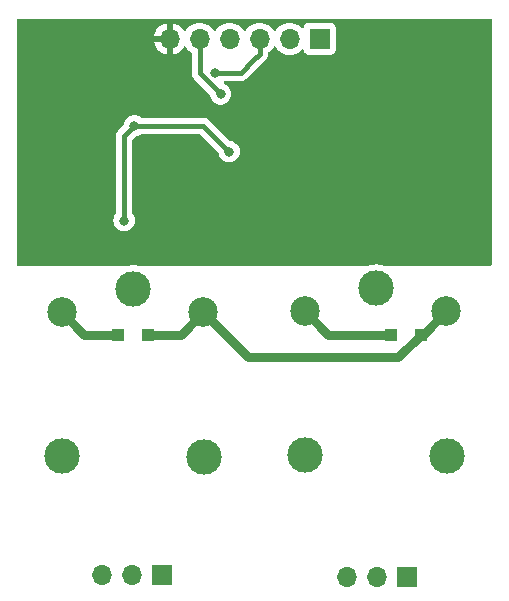
<source format=gbl>
G04 #@! TF.GenerationSoftware,KiCad,Pcbnew,7.0.11-2.fc39*
G04 #@! TF.CreationDate,2024-06-02T00:51:06+02:00*
G04 #@! TF.ProjectId,two_relays_extension,74776f5f-7265-46c6-9179-735f65787465,rev?*
G04 #@! TF.SameCoordinates,Original*
G04 #@! TF.FileFunction,Copper,L2,Bot*
G04 #@! TF.FilePolarity,Positive*
%FSLAX46Y46*%
G04 Gerber Fmt 4.6, Leading zero omitted, Abs format (unit mm)*
G04 Created by KiCad (PCBNEW 7.0.11-2.fc39) date 2024-06-02 00:51:06*
%MOMM*%
%LPD*%
G01*
G04 APERTURE LIST*
G04 #@! TA.AperFunction,ComponentPad*
%ADD10R,1.700000X1.700000*%
G04 #@! TD*
G04 #@! TA.AperFunction,ComponentPad*
%ADD11O,1.700000X1.700000*%
G04 #@! TD*
G04 #@! TA.AperFunction,ComponentPad*
%ADD12C,3.000000*%
G04 #@! TD*
G04 #@! TA.AperFunction,ComponentPad*
%ADD13C,2.500000*%
G04 #@! TD*
G04 #@! TA.AperFunction,SMDPad,CuDef*
%ADD14R,1.000000X1.000000*%
G04 #@! TD*
G04 #@! TA.AperFunction,ViaPad*
%ADD15C,0.600000*%
G04 #@! TD*
G04 #@! TA.AperFunction,ViaPad*
%ADD16C,0.800000*%
G04 #@! TD*
G04 #@! TA.AperFunction,Conductor*
%ADD17C,0.381000*%
G04 #@! TD*
G04 #@! TA.AperFunction,Conductor*
%ADD18C,0.762000*%
G04 #@! TD*
G04 APERTURE END LIST*
D10*
X152908000Y-59994800D03*
D11*
X150368000Y-59994800D03*
X147828000Y-59994800D03*
X145288000Y-59994800D03*
X142748000Y-59994800D03*
X140208000Y-59994800D03*
D10*
X160259000Y-105537000D03*
D11*
X157719000Y-105537000D03*
X155179000Y-105537000D03*
D12*
X137114000Y-81177000D03*
D13*
X131064000Y-83127000D03*
D12*
X131064000Y-95327000D03*
X143114000Y-95377000D03*
D13*
X143064000Y-83127000D03*
D10*
X139573000Y-105410000D03*
D11*
X137033000Y-105410000D03*
X134493000Y-105410000D03*
D12*
X157688000Y-81100000D03*
D13*
X151638000Y-83050000D03*
D12*
X151638000Y-95250000D03*
X163688000Y-95300000D03*
D13*
X163638000Y-83050000D03*
D14*
X161442400Y-85039200D03*
X158942400Y-85039200D03*
X138339200Y-85039200D03*
X135839200Y-85039200D03*
D15*
X127863600Y-76758800D03*
X127863600Y-70713600D03*
X153873200Y-76758800D03*
X153873200Y-70764400D03*
X160528000Y-76758800D03*
X160528000Y-70764400D03*
X166878000Y-76758800D03*
X166878000Y-70815200D03*
X166878000Y-64770000D03*
X160528000Y-64770000D03*
X153873200Y-64770000D03*
X140868400Y-64770000D03*
X134366000Y-64770000D03*
X127863600Y-64770000D03*
X134366000Y-58775600D03*
D16*
X128524000Y-74828400D03*
X149809200Y-69596000D03*
D15*
X166878000Y-58775600D03*
D16*
X141579600Y-76504800D03*
D15*
X127863600Y-58775600D03*
D16*
X141986000Y-73253600D03*
D15*
X160528000Y-58775600D03*
D16*
X150672800Y-72593200D03*
X144018000Y-62890400D03*
X144526000Y-64668400D03*
X136347200Y-75387200D03*
X145237200Y-69545200D03*
X137210800Y-67360800D03*
D17*
X147828000Y-61264800D02*
X147269200Y-61823600D01*
X146202400Y-62890400D02*
X147269200Y-61823600D01*
X144018000Y-62890400D02*
X146202400Y-62890400D01*
D18*
X153627200Y-85039200D02*
X151638000Y-83050000D01*
X158942400Y-85039200D02*
X153627200Y-85039200D01*
X132976200Y-85039200D02*
X131064000Y-83127000D01*
X135839200Y-85039200D02*
X132976200Y-85039200D01*
D17*
X147828000Y-59563000D02*
X147828000Y-61264800D01*
X144526000Y-64668400D02*
X142748000Y-62890400D01*
X142748000Y-62890400D02*
X142748000Y-59563000D01*
X143052800Y-67360800D02*
X145237200Y-69545200D01*
X137210800Y-67360800D02*
X136347200Y-68224400D01*
X137210800Y-67360800D02*
X143052800Y-67360800D01*
X136347200Y-68224400D02*
X136347200Y-75387200D01*
D18*
X141151800Y-85039200D02*
X143064000Y-83127000D01*
X161648800Y-85039200D02*
X163638000Y-83050000D01*
X138339200Y-85039200D02*
X141151800Y-85039200D01*
X161442400Y-85039200D02*
X159562800Y-86918800D01*
X146855800Y-86918800D02*
X143064000Y-83127000D01*
X161442400Y-85039200D02*
X161648800Y-85039200D01*
X143071000Y-83127000D02*
X143064000Y-83127000D01*
X159562800Y-86918800D02*
X146855800Y-86918800D01*
G04 #@! TA.AperFunction,Conductor*
G36*
X167463539Y-58305185D02*
G01*
X167509294Y-58357989D01*
X167520500Y-58409500D01*
X167520500Y-79073200D01*
X167500815Y-79140239D01*
X167448011Y-79185994D01*
X167396500Y-79197200D01*
X158333247Y-79197200D01*
X158289915Y-79189382D01*
X158253043Y-79175630D01*
X157973433Y-79114804D01*
X157688001Y-79094390D01*
X157687999Y-79094390D01*
X157402566Y-79114804D01*
X157122956Y-79175630D01*
X157086085Y-79189382D01*
X157042753Y-79197200D01*
X137437565Y-79197200D01*
X137411206Y-79194366D01*
X137399428Y-79191804D01*
X137173284Y-79175630D01*
X137114001Y-79171390D01*
X137113999Y-79171390D01*
X136828571Y-79191804D01*
X136823576Y-79192890D01*
X136816793Y-79194366D01*
X136790435Y-79197200D01*
X127370500Y-79197200D01*
X127303461Y-79177515D01*
X127257706Y-79124711D01*
X127246500Y-79073200D01*
X127246500Y-75387200D01*
X135441740Y-75387200D01*
X135461526Y-75575456D01*
X135461527Y-75575459D01*
X135520018Y-75755477D01*
X135520021Y-75755484D01*
X135614667Y-75919416D01*
X135741329Y-76060088D01*
X135894465Y-76171348D01*
X135894470Y-76171351D01*
X136067392Y-76248342D01*
X136067397Y-76248344D01*
X136252554Y-76287700D01*
X136252555Y-76287700D01*
X136441844Y-76287700D01*
X136441846Y-76287700D01*
X136627003Y-76248344D01*
X136799930Y-76171351D01*
X136953071Y-76060088D01*
X137079733Y-75919416D01*
X137174379Y-75755484D01*
X137232874Y-75575456D01*
X137252660Y-75387200D01*
X137232874Y-75198944D01*
X137174379Y-75018916D01*
X137079733Y-74854984D01*
X137073766Y-74848357D01*
X137070047Y-74844226D01*
X137039820Y-74781234D01*
X137038200Y-74761257D01*
X137038200Y-68561983D01*
X137057885Y-68494944D01*
X137074519Y-68474302D01*
X137256712Y-68292108D01*
X137318033Y-68258625D01*
X137318148Y-68258600D01*
X137490603Y-68221944D01*
X137490607Y-68221942D01*
X137490608Y-68221942D01*
X137579489Y-68182369D01*
X137663530Y-68144951D01*
X137741753Y-68088119D01*
X137759147Y-68075482D01*
X137824953Y-68052002D01*
X137832032Y-68051800D01*
X142715216Y-68051800D01*
X142782255Y-68071485D01*
X142802897Y-68088119D01*
X144309118Y-69594340D01*
X144342603Y-69655663D01*
X144344757Y-69669053D01*
X144351526Y-69733456D01*
X144351527Y-69733459D01*
X144410018Y-69913477D01*
X144410021Y-69913484D01*
X144504667Y-70077416D01*
X144631329Y-70218088D01*
X144784465Y-70329348D01*
X144784470Y-70329351D01*
X144957392Y-70406342D01*
X144957397Y-70406344D01*
X145142554Y-70445700D01*
X145142555Y-70445700D01*
X145331844Y-70445700D01*
X145331846Y-70445700D01*
X145517003Y-70406344D01*
X145689930Y-70329351D01*
X145843071Y-70218088D01*
X145969733Y-70077416D01*
X146064379Y-69913484D01*
X146122874Y-69733456D01*
X146142660Y-69545200D01*
X146122874Y-69356944D01*
X146064379Y-69176916D01*
X145969733Y-69012984D01*
X145843071Y-68872312D01*
X145843070Y-68872311D01*
X145689934Y-68761051D01*
X145689929Y-68761048D01*
X145517007Y-68684057D01*
X145517002Y-68684055D01*
X145345011Y-68647498D01*
X145283529Y-68614306D01*
X145283111Y-68613889D01*
X143558827Y-66889605D01*
X143553693Y-66884151D01*
X143514383Y-66839780D01*
X143465592Y-66806102D01*
X143459560Y-66801663D01*
X143412908Y-66765114D01*
X143412899Y-66765108D01*
X143403934Y-66761074D01*
X143384386Y-66750050D01*
X143376282Y-66744456D01*
X143376278Y-66744453D01*
X143320861Y-66723436D01*
X143313944Y-66720572D01*
X143259881Y-66696241D01*
X143259882Y-66696241D01*
X143250195Y-66694466D01*
X143228592Y-66688444D01*
X143219382Y-66684952D01*
X143160535Y-66677806D01*
X143153133Y-66676679D01*
X143094830Y-66665995D01*
X143094825Y-66665995D01*
X143035661Y-66669574D01*
X143028174Y-66669800D01*
X137832032Y-66669800D01*
X137764993Y-66650115D01*
X137759147Y-66646118D01*
X137663534Y-66576651D01*
X137663529Y-66576648D01*
X137490607Y-66499657D01*
X137490602Y-66499655D01*
X137344801Y-66468665D01*
X137305446Y-66460300D01*
X137116154Y-66460300D01*
X137083697Y-66467198D01*
X136930997Y-66499655D01*
X136930992Y-66499657D01*
X136758070Y-66576648D01*
X136758065Y-66576651D01*
X136604929Y-66687911D01*
X136478266Y-66828585D01*
X136383621Y-66992515D01*
X136383618Y-66992522D01*
X136325127Y-67172540D01*
X136325126Y-67172544D01*
X136318358Y-67236940D01*
X136291773Y-67301555D01*
X136282718Y-67311659D01*
X135876004Y-67718372D01*
X135870552Y-67723504D01*
X135826186Y-67762810D01*
X135826176Y-67762821D01*
X135792498Y-67811612D01*
X135788061Y-67817643D01*
X135751512Y-67864294D01*
X135751511Y-67864296D01*
X135747471Y-67873273D01*
X135736453Y-67892808D01*
X135730855Y-67900919D01*
X135709832Y-67956349D01*
X135706968Y-67963265D01*
X135682642Y-68017316D01*
X135680866Y-68027006D01*
X135674845Y-68048603D01*
X135671352Y-68057814D01*
X135671352Y-68057815D01*
X135664206Y-68116665D01*
X135663079Y-68124067D01*
X135652395Y-68182369D01*
X135652395Y-68182372D01*
X135655974Y-68241537D01*
X135656200Y-68249024D01*
X135656200Y-74761257D01*
X135636515Y-74828296D01*
X135624353Y-74844226D01*
X135614666Y-74854985D01*
X135520021Y-75018915D01*
X135520018Y-75018922D01*
X135461527Y-75198940D01*
X135461526Y-75198944D01*
X135441740Y-75387200D01*
X127246500Y-75387200D01*
X127246500Y-60244800D01*
X138877364Y-60244800D01*
X138934567Y-60458286D01*
X138934570Y-60458292D01*
X139034399Y-60672378D01*
X139169894Y-60865882D01*
X139336917Y-61032905D01*
X139530421Y-61168400D01*
X139744507Y-61268229D01*
X139744516Y-61268233D01*
X139958000Y-61325434D01*
X139958000Y-60430301D01*
X140065685Y-60479480D01*
X140172237Y-60494800D01*
X140243763Y-60494800D01*
X140350315Y-60479480D01*
X140458000Y-60430301D01*
X140458000Y-61325433D01*
X140671483Y-61268233D01*
X140671492Y-61268229D01*
X140885578Y-61168400D01*
X141079082Y-61032905D01*
X141246105Y-60865882D01*
X141376119Y-60680205D01*
X141430696Y-60636581D01*
X141500195Y-60629388D01*
X141562549Y-60660910D01*
X141579269Y-60680205D01*
X141709505Y-60866201D01*
X141709506Y-60866202D01*
X141876597Y-61033293D01*
X141876603Y-61033298D01*
X142004123Y-61122588D01*
X142047748Y-61177165D01*
X142057000Y-61224163D01*
X142057000Y-62865774D01*
X142056774Y-62873261D01*
X142053195Y-62932425D01*
X142053195Y-62932428D01*
X142063879Y-62990733D01*
X142065006Y-62998135D01*
X142072152Y-63056982D01*
X142075644Y-63066192D01*
X142081666Y-63087795D01*
X142083441Y-63097481D01*
X142107772Y-63151544D01*
X142110636Y-63158461D01*
X142131653Y-63213878D01*
X142131656Y-63213882D01*
X142137250Y-63221986D01*
X142148274Y-63241534D01*
X142152308Y-63250499D01*
X142152314Y-63250508D01*
X142188863Y-63297160D01*
X142193302Y-63303192D01*
X142226980Y-63351983D01*
X142271351Y-63391293D01*
X142276805Y-63396427D01*
X143597918Y-64717539D01*
X143631403Y-64778862D01*
X143633557Y-64792252D01*
X143640326Y-64856656D01*
X143640327Y-64856659D01*
X143698818Y-65036677D01*
X143698821Y-65036684D01*
X143793467Y-65200616D01*
X143920129Y-65341288D01*
X144073265Y-65452548D01*
X144073270Y-65452551D01*
X144246192Y-65529542D01*
X144246197Y-65529544D01*
X144431354Y-65568900D01*
X144431355Y-65568900D01*
X144620644Y-65568900D01*
X144620646Y-65568900D01*
X144805803Y-65529544D01*
X144978730Y-65452551D01*
X145131871Y-65341288D01*
X145258533Y-65200616D01*
X145353179Y-65036684D01*
X145411674Y-64856656D01*
X145431460Y-64668400D01*
X145411674Y-64480144D01*
X145353179Y-64300116D01*
X145258533Y-64136184D01*
X145131871Y-63995512D01*
X145131870Y-63995511D01*
X144978734Y-63884251D01*
X144978729Y-63884248D01*
X144831460Y-63818679D01*
X144778223Y-63773429D01*
X144757902Y-63706580D01*
X144776948Y-63639356D01*
X144829314Y-63593101D01*
X144881896Y-63581400D01*
X146177774Y-63581400D01*
X146185261Y-63581626D01*
X146244426Y-63585205D01*
X146244426Y-63585204D01*
X146244428Y-63585205D01*
X146302736Y-63574519D01*
X146310130Y-63573393D01*
X146368982Y-63566248D01*
X146378188Y-63562756D01*
X146399803Y-63556730D01*
X146409485Y-63554957D01*
X146463561Y-63530618D01*
X146470417Y-63527778D01*
X146525882Y-63506744D01*
X146533980Y-63501154D01*
X146553539Y-63490122D01*
X146562505Y-63486088D01*
X146609166Y-63449530D01*
X146615198Y-63445092D01*
X146663983Y-63411420D01*
X146703317Y-63367019D01*
X146708403Y-63361617D01*
X147787365Y-62282657D01*
X147787365Y-62282656D01*
X148299209Y-61770810D01*
X148304611Y-61765724D01*
X148349020Y-61726383D01*
X148382718Y-61677560D01*
X148387108Y-61671593D01*
X148423688Y-61624905D01*
X148427722Y-61615939D01*
X148438754Y-61596380D01*
X148444342Y-61588285D01*
X148444342Y-61588284D01*
X148444344Y-61588282D01*
X148465371Y-61532835D01*
X148468217Y-61525965D01*
X148492558Y-61471884D01*
X148494332Y-61462197D01*
X148500359Y-61440578D01*
X148503848Y-61431382D01*
X148510990Y-61372554D01*
X148512117Y-61365153D01*
X148522805Y-61306833D01*
X148522806Y-61306828D01*
X148519226Y-61247649D01*
X148519000Y-61240161D01*
X148519000Y-61224163D01*
X148538685Y-61157124D01*
X148571877Y-61122588D01*
X148622519Y-61087128D01*
X148699401Y-61033295D01*
X148866495Y-60866201D01*
X148996425Y-60680642D01*
X149051002Y-60637017D01*
X149120500Y-60629823D01*
X149182855Y-60661346D01*
X149199575Y-60680642D01*
X149329281Y-60865882D01*
X149329505Y-60866201D01*
X149496599Y-61033295D01*
X149593384Y-61101065D01*
X149690165Y-61168832D01*
X149690167Y-61168833D01*
X149690170Y-61168835D01*
X149904337Y-61268703D01*
X150132592Y-61329863D01*
X150309034Y-61345300D01*
X150367999Y-61350459D01*
X150368000Y-61350459D01*
X150368001Y-61350459D01*
X150426966Y-61345300D01*
X150603408Y-61329863D01*
X150831663Y-61268703D01*
X151045830Y-61168835D01*
X151239401Y-61033295D01*
X151361329Y-60911366D01*
X151422648Y-60877884D01*
X151492340Y-60882868D01*
X151548274Y-60924739D01*
X151565189Y-60955717D01*
X151614202Y-61087128D01*
X151614206Y-61087135D01*
X151700452Y-61202344D01*
X151700455Y-61202347D01*
X151815664Y-61288593D01*
X151815671Y-61288597D01*
X151950517Y-61338891D01*
X151950516Y-61338891D01*
X151957444Y-61339635D01*
X152010127Y-61345300D01*
X153805872Y-61345299D01*
X153865483Y-61338891D01*
X154000331Y-61288596D01*
X154115546Y-61202346D01*
X154201796Y-61087131D01*
X154252091Y-60952283D01*
X154258500Y-60892673D01*
X154258499Y-59096928D01*
X154252091Y-59037317D01*
X154250810Y-59033883D01*
X154201797Y-58902471D01*
X154201793Y-58902464D01*
X154115547Y-58787255D01*
X154115544Y-58787252D01*
X154000335Y-58701006D01*
X154000328Y-58701002D01*
X153865482Y-58650708D01*
X153865483Y-58650708D01*
X153805883Y-58644301D01*
X153805881Y-58644300D01*
X153805873Y-58644300D01*
X153805864Y-58644300D01*
X152010129Y-58644300D01*
X152010123Y-58644301D01*
X151950516Y-58650708D01*
X151815671Y-58701002D01*
X151815664Y-58701006D01*
X151700455Y-58787252D01*
X151700452Y-58787255D01*
X151614206Y-58902464D01*
X151614203Y-58902469D01*
X151565189Y-59033883D01*
X151523317Y-59089816D01*
X151457853Y-59114233D01*
X151389580Y-59099381D01*
X151361326Y-59078230D01*
X151239402Y-58956306D01*
X151239395Y-58956301D01*
X151045834Y-58820767D01*
X151045830Y-58820765D01*
X151045828Y-58820764D01*
X150831663Y-58720897D01*
X150831659Y-58720896D01*
X150831655Y-58720894D01*
X150603413Y-58659738D01*
X150603403Y-58659736D01*
X150368001Y-58639141D01*
X150367999Y-58639141D01*
X150132596Y-58659736D01*
X150132586Y-58659738D01*
X149904344Y-58720894D01*
X149904335Y-58720898D01*
X149690171Y-58820764D01*
X149690169Y-58820765D01*
X149496597Y-58956305D01*
X149329505Y-59123397D01*
X149199575Y-59308958D01*
X149144998Y-59352583D01*
X149075500Y-59359777D01*
X149013145Y-59328254D01*
X148996425Y-59308958D01*
X148866494Y-59123397D01*
X148699402Y-58956306D01*
X148699395Y-58956301D01*
X148505834Y-58820767D01*
X148505830Y-58820765D01*
X148505828Y-58820764D01*
X148291663Y-58720897D01*
X148291659Y-58720896D01*
X148291655Y-58720894D01*
X148063413Y-58659738D01*
X148063403Y-58659736D01*
X147828001Y-58639141D01*
X147827999Y-58639141D01*
X147592596Y-58659736D01*
X147592586Y-58659738D01*
X147364344Y-58720894D01*
X147364335Y-58720898D01*
X147150171Y-58820764D01*
X147150169Y-58820765D01*
X146956597Y-58956305D01*
X146789505Y-59123397D01*
X146659575Y-59308958D01*
X146604998Y-59352583D01*
X146535500Y-59359777D01*
X146473145Y-59328254D01*
X146456425Y-59308958D01*
X146326494Y-59123397D01*
X146159402Y-58956306D01*
X146159395Y-58956301D01*
X145965834Y-58820767D01*
X145965830Y-58820765D01*
X145965828Y-58820764D01*
X145751663Y-58720897D01*
X145751659Y-58720896D01*
X145751655Y-58720894D01*
X145523413Y-58659738D01*
X145523403Y-58659736D01*
X145288001Y-58639141D01*
X145287999Y-58639141D01*
X145052596Y-58659736D01*
X145052586Y-58659738D01*
X144824344Y-58720894D01*
X144824335Y-58720898D01*
X144610171Y-58820764D01*
X144610169Y-58820765D01*
X144416597Y-58956305D01*
X144249505Y-59123397D01*
X144119575Y-59308958D01*
X144064998Y-59352583D01*
X143995500Y-59359777D01*
X143933145Y-59328254D01*
X143916425Y-59308958D01*
X143786494Y-59123397D01*
X143619402Y-58956306D01*
X143619395Y-58956301D01*
X143425834Y-58820767D01*
X143425830Y-58820765D01*
X143425828Y-58820764D01*
X143211663Y-58720897D01*
X143211659Y-58720896D01*
X143211655Y-58720894D01*
X142983413Y-58659738D01*
X142983403Y-58659736D01*
X142748001Y-58639141D01*
X142747999Y-58639141D01*
X142512596Y-58659736D01*
X142512586Y-58659738D01*
X142284344Y-58720894D01*
X142284335Y-58720898D01*
X142070171Y-58820764D01*
X142070169Y-58820765D01*
X141876597Y-58956305D01*
X141709508Y-59123394D01*
X141579269Y-59309395D01*
X141524692Y-59353019D01*
X141455193Y-59360212D01*
X141392839Y-59328690D01*
X141376119Y-59309394D01*
X141246113Y-59123726D01*
X141246108Y-59123720D01*
X141079082Y-58956694D01*
X140885578Y-58821199D01*
X140671492Y-58721370D01*
X140671486Y-58721367D01*
X140458000Y-58664164D01*
X140458000Y-59559298D01*
X140350315Y-59510120D01*
X140243763Y-59494800D01*
X140172237Y-59494800D01*
X140065685Y-59510120D01*
X139958000Y-59559298D01*
X139958000Y-58664164D01*
X139957999Y-58664164D01*
X139744513Y-58721367D01*
X139744507Y-58721370D01*
X139530422Y-58821199D01*
X139530420Y-58821200D01*
X139336926Y-58956686D01*
X139336920Y-58956691D01*
X139169891Y-59123720D01*
X139169886Y-59123726D01*
X139034400Y-59317220D01*
X139034399Y-59317222D01*
X138934570Y-59531307D01*
X138934567Y-59531313D01*
X138877364Y-59744799D01*
X138877364Y-59744800D01*
X139774314Y-59744800D01*
X139748507Y-59784956D01*
X139708000Y-59922911D01*
X139708000Y-60066689D01*
X139748507Y-60204644D01*
X139774314Y-60244800D01*
X138877364Y-60244800D01*
X127246500Y-60244800D01*
X127246500Y-58409500D01*
X127266185Y-58342461D01*
X127318989Y-58296706D01*
X127370500Y-58285500D01*
X167396500Y-58285500D01*
X167463539Y-58305185D01*
G37*
G04 #@! TD.AperFunction*
M02*

</source>
